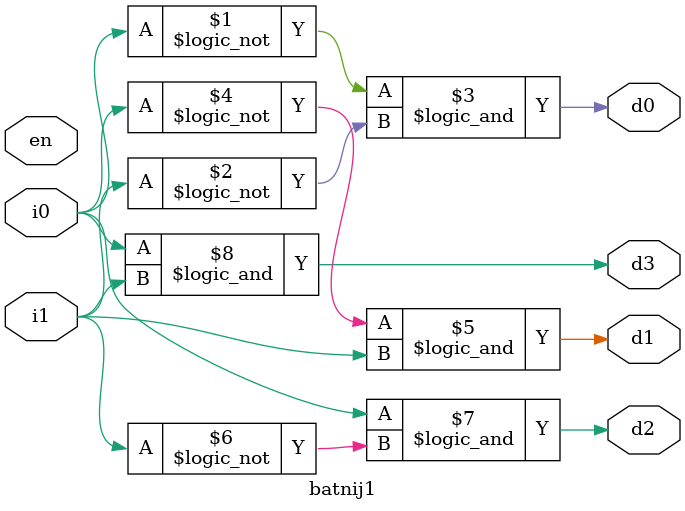
<source format=v>
module batnij1 (i0 , i1 , en , d0 , d1 , d2 , d3 );
 input i0 , i1 , en ;
 output d0 , d1 , d2 , d3 ;
 assign d0 = !i0 && !i1;
 assign d1 =  !i0 && i1 ;
 assign d2 =  i0 && !i1 ;
 assign d3 =  i0 && i1 ;
 endmodule 
</source>
